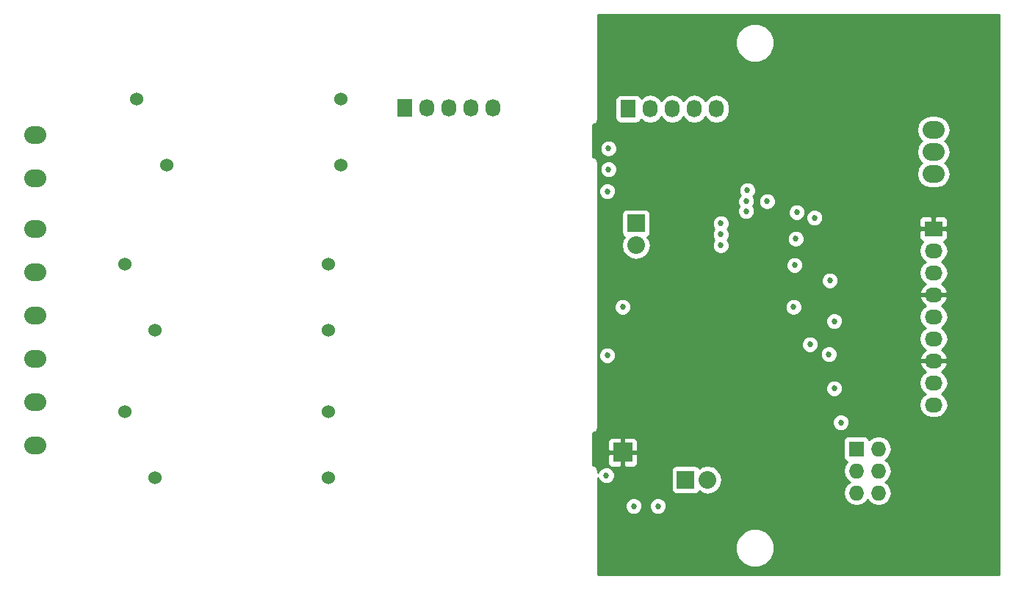
<source format=gbr>
G04 #@! TF.FileFunction,Copper,L3,Inr,Plane*
%FSLAX46Y46*%
G04 Gerber Fmt 4.6, Leading zero omitted, Abs format (unit mm)*
G04 Created by KiCad (PCBNEW 4.0.2-4+6225~38~ubuntu14.04.1-stable) date Mon 26 Dec 2016 11:00:54 AM CET*
%MOMM*%
G01*
G04 APERTURE LIST*
%ADD10C,0.100000*%
%ADD11C,1.524000*%
%ADD12R,2.032000X2.032000*%
%ADD13O,2.032000X2.032000*%
%ADD14R,1.727200X1.727200*%
%ADD15O,1.727200X1.727200*%
%ADD16R,1.727200X2.032000*%
%ADD17O,1.727200X2.032000*%
%ADD18R,2.235200X2.235200*%
%ADD19R,2.032000X1.727200*%
%ADD20O,2.032000X1.727200*%
%ADD21O,2.540000X2.032000*%
%ADD22C,0.685800*%
%ADD23C,0.254000*%
G04 APERTURE END LIST*
D10*
D11*
X160263000Y-80274000D03*
X160263000Y-87874000D03*
X140263000Y-87874000D03*
X136763000Y-80274000D03*
X158866000Y-116342000D03*
X158866000Y-123942000D03*
X138866000Y-123942000D03*
X135366000Y-116342000D03*
D12*
X200025000Y-124206000D03*
D13*
X202565000Y-124206000D03*
D12*
X194310000Y-94615000D03*
D13*
X194310000Y-97155000D03*
D14*
X219710000Y-120650000D03*
D15*
X222250000Y-120650000D03*
X219710000Y-123190000D03*
X222250000Y-123190000D03*
X219710000Y-125730000D03*
X222250000Y-125730000D03*
D16*
X193421000Y-81407000D03*
D17*
X195961000Y-81407000D03*
X198501000Y-81407000D03*
X201041000Y-81407000D03*
X203581000Y-81407000D03*
D16*
X167640000Y-81280000D03*
D17*
X170180000Y-81280000D03*
X172720000Y-81280000D03*
X175260000Y-81280000D03*
X177800000Y-81280000D03*
D11*
X158866000Y-99324000D03*
X158866000Y-106924000D03*
X138866000Y-106924000D03*
X135366000Y-99324000D03*
D18*
X192786000Y-121031000D03*
D19*
X228600000Y-95250000D03*
D20*
X228600000Y-97790000D03*
X228600000Y-100330000D03*
X228600000Y-102870000D03*
X228600000Y-105410000D03*
X228600000Y-107950000D03*
X228600000Y-110490000D03*
X228600000Y-113030000D03*
X228600000Y-115570000D03*
D21*
X228600000Y-88900000D03*
X228600000Y-86360000D03*
X228600000Y-83820000D03*
X125095000Y-84455000D03*
X125095000Y-89455000D03*
X125095000Y-95250000D03*
X125095000Y-100250000D03*
X125095000Y-105250000D03*
X125095000Y-110250000D03*
X125095000Y-115250000D03*
X125095000Y-120250000D03*
D22*
X207010000Y-93218000D03*
X214884000Y-93980000D03*
X217170000Y-105918000D03*
X207010000Y-92075000D03*
X217170000Y-113665000D03*
X207137000Y-90805000D03*
X212725000Y-96393000D03*
X214376000Y-108585000D03*
X212852000Y-93345000D03*
X209423000Y-92075000D03*
X204089000Y-94615000D03*
X204089000Y-95885000D03*
X204089000Y-97155000D03*
X197485000Y-107315000D03*
X190881000Y-114427000D03*
X196342000Y-110490000D03*
X195834000Y-122555000D03*
X212598000Y-99441000D03*
X212471000Y-104267000D03*
X216535000Y-109728000D03*
X216662000Y-101219000D03*
X190881000Y-123698000D03*
X192786000Y-104267000D03*
X191008000Y-109855000D03*
X217932000Y-117602000D03*
X191135000Y-85979000D03*
X191135000Y-88392000D03*
X191008000Y-90932000D03*
X196850000Y-127254000D03*
X194056000Y-127254000D03*
D23*
G36*
X236145000Y-135180000D02*
X189940000Y-135180000D01*
X189940000Y-132522619D01*
X205790613Y-132522619D01*
X206130155Y-133344372D01*
X206758321Y-133973636D01*
X207579481Y-134314611D01*
X208468619Y-134315387D01*
X209290372Y-133975845D01*
X209919636Y-133347679D01*
X210260611Y-132526519D01*
X210261387Y-131637381D01*
X209921845Y-130815628D01*
X209293679Y-130186364D01*
X208472519Y-129845389D01*
X207583381Y-129844613D01*
X206761628Y-130184155D01*
X206132364Y-130812321D01*
X205791389Y-131633481D01*
X205790613Y-132522619D01*
X189940000Y-132522619D01*
X189940000Y-127447663D01*
X193077931Y-127447663D01*
X193226493Y-127807212D01*
X193501341Y-128082540D01*
X193860630Y-128231730D01*
X194249663Y-128232069D01*
X194609212Y-128083507D01*
X194884540Y-127808659D01*
X195033730Y-127449370D01*
X195033731Y-127447663D01*
X195871931Y-127447663D01*
X196020493Y-127807212D01*
X196295341Y-128082540D01*
X196654630Y-128231730D01*
X197043663Y-128232069D01*
X197403212Y-128083507D01*
X197678540Y-127808659D01*
X197827730Y-127449370D01*
X197828069Y-127060337D01*
X197679507Y-126700788D01*
X197404659Y-126425460D01*
X197045370Y-126276270D01*
X196656337Y-126275931D01*
X196296788Y-126424493D01*
X196021460Y-126699341D01*
X195872270Y-127058630D01*
X195871931Y-127447663D01*
X195033731Y-127447663D01*
X195034069Y-127060337D01*
X194885507Y-126700788D01*
X194610659Y-126425460D01*
X194251370Y-126276270D01*
X193862337Y-126275931D01*
X193502788Y-126424493D01*
X193227460Y-126699341D01*
X193078270Y-127058630D01*
X193077931Y-127447663D01*
X189940000Y-127447663D01*
X189940000Y-123981377D01*
X190051493Y-124251212D01*
X190326341Y-124526540D01*
X190685630Y-124675730D01*
X191074663Y-124676069D01*
X191434212Y-124527507D01*
X191709540Y-124252659D01*
X191858730Y-123893370D01*
X191859069Y-123504337D01*
X191729189Y-123190000D01*
X198361560Y-123190000D01*
X198361560Y-125222000D01*
X198405838Y-125457317D01*
X198544910Y-125673441D01*
X198757110Y-125818431D01*
X199009000Y-125869440D01*
X201041000Y-125869440D01*
X201276317Y-125825162D01*
X201492441Y-125686090D01*
X201594198Y-125537163D01*
X201933190Y-125763670D01*
X202565000Y-125889345D01*
X203196810Y-125763670D01*
X203732433Y-125405778D01*
X204090325Y-124870155D01*
X204216000Y-124238345D01*
X204216000Y-124173655D01*
X204090325Y-123541845D01*
X203855230Y-123190000D01*
X218182041Y-123190000D01*
X218296115Y-123763489D01*
X218620971Y-124249670D01*
X218935752Y-124460000D01*
X218620971Y-124670330D01*
X218296115Y-125156511D01*
X218182041Y-125730000D01*
X218296115Y-126303489D01*
X218620971Y-126789670D01*
X219107152Y-127114526D01*
X219680641Y-127228600D01*
X219739359Y-127228600D01*
X220312848Y-127114526D01*
X220799029Y-126789670D01*
X220980000Y-126518828D01*
X221160971Y-126789670D01*
X221647152Y-127114526D01*
X222220641Y-127228600D01*
X222279359Y-127228600D01*
X222852848Y-127114526D01*
X223339029Y-126789670D01*
X223663885Y-126303489D01*
X223777959Y-125730000D01*
X223663885Y-125156511D01*
X223339029Y-124670330D01*
X223024248Y-124460000D01*
X223339029Y-124249670D01*
X223663885Y-123763489D01*
X223777959Y-123190000D01*
X223663885Y-122616511D01*
X223339029Y-122130330D01*
X223024248Y-121920000D01*
X223339029Y-121709670D01*
X223663885Y-121223489D01*
X223777959Y-120650000D01*
X223663885Y-120076511D01*
X223339029Y-119590330D01*
X222852848Y-119265474D01*
X222279359Y-119151400D01*
X222220641Y-119151400D01*
X221647152Y-119265474D01*
X221181558Y-119576574D01*
X221176762Y-119551083D01*
X221037690Y-119334959D01*
X220825490Y-119189969D01*
X220573600Y-119138960D01*
X218846400Y-119138960D01*
X218611083Y-119183238D01*
X218394959Y-119322310D01*
X218249969Y-119534510D01*
X218198960Y-119786400D01*
X218198960Y-121513600D01*
X218243238Y-121748917D01*
X218382310Y-121965041D01*
X218594510Y-122110031D01*
X218638131Y-122118864D01*
X218620971Y-122130330D01*
X218296115Y-122616511D01*
X218182041Y-123190000D01*
X203855230Y-123190000D01*
X203732433Y-123006222D01*
X203196810Y-122648330D01*
X202565000Y-122522655D01*
X201933190Y-122648330D01*
X201593208Y-122875499D01*
X201505090Y-122738559D01*
X201292890Y-122593569D01*
X201041000Y-122542560D01*
X199009000Y-122542560D01*
X198773683Y-122586838D01*
X198557559Y-122725910D01*
X198412569Y-122938110D01*
X198361560Y-123190000D01*
X191729189Y-123190000D01*
X191710507Y-123144788D01*
X191435659Y-122869460D01*
X191076370Y-122720270D01*
X190687337Y-122719931D01*
X190327788Y-122868493D01*
X190052460Y-123143341D01*
X189940000Y-123414174D01*
X189940000Y-123190000D01*
X189885954Y-122918295D01*
X189732046Y-122687954D01*
X189501705Y-122534046D01*
X189357000Y-122505262D01*
X189357000Y-121316750D01*
X191033400Y-121316750D01*
X191033400Y-122274909D01*
X191130073Y-122508298D01*
X191308701Y-122686927D01*
X191542090Y-122783600D01*
X192500250Y-122783600D01*
X192659000Y-122624850D01*
X192659000Y-121158000D01*
X192913000Y-121158000D01*
X192913000Y-122624850D01*
X193071750Y-122783600D01*
X194029910Y-122783600D01*
X194263299Y-122686927D01*
X194441927Y-122508298D01*
X194538600Y-122274909D01*
X194538600Y-121316750D01*
X194379850Y-121158000D01*
X192913000Y-121158000D01*
X192659000Y-121158000D01*
X191192150Y-121158000D01*
X191033400Y-121316750D01*
X189357000Y-121316750D01*
X189357000Y-119787091D01*
X191033400Y-119787091D01*
X191033400Y-120745250D01*
X191192150Y-120904000D01*
X192659000Y-120904000D01*
X192659000Y-119437150D01*
X192913000Y-119437150D01*
X192913000Y-120904000D01*
X194379850Y-120904000D01*
X194538600Y-120745250D01*
X194538600Y-119787091D01*
X194441927Y-119553702D01*
X194263299Y-119375073D01*
X194029910Y-119278400D01*
X193071750Y-119278400D01*
X192913000Y-119437150D01*
X192659000Y-119437150D01*
X192500250Y-119278400D01*
X191542090Y-119278400D01*
X191308701Y-119375073D01*
X191130073Y-119553702D01*
X191033400Y-119787091D01*
X189357000Y-119787091D01*
X189357000Y-118794738D01*
X189501705Y-118765954D01*
X189732046Y-118612046D01*
X189885954Y-118381705D01*
X189940000Y-118110000D01*
X189940000Y-117795663D01*
X216953931Y-117795663D01*
X217102493Y-118155212D01*
X217377341Y-118430540D01*
X217736630Y-118579730D01*
X218125663Y-118580069D01*
X218485212Y-118431507D01*
X218760540Y-118156659D01*
X218909730Y-117797370D01*
X218910069Y-117408337D01*
X218761507Y-117048788D01*
X218486659Y-116773460D01*
X218127370Y-116624270D01*
X217738337Y-116623931D01*
X217378788Y-116772493D01*
X217103460Y-117047341D01*
X216954270Y-117406630D01*
X216953931Y-117795663D01*
X189940000Y-117795663D01*
X189940000Y-113858663D01*
X216191931Y-113858663D01*
X216340493Y-114218212D01*
X216615341Y-114493540D01*
X216974630Y-114642730D01*
X217363663Y-114643069D01*
X217723212Y-114494507D01*
X217998540Y-114219659D01*
X218147730Y-113860370D01*
X218148069Y-113471337D01*
X217999507Y-113111788D01*
X217917862Y-113030000D01*
X226916655Y-113030000D01*
X227030729Y-113603489D01*
X227355585Y-114089670D01*
X227670366Y-114300000D01*
X227355585Y-114510330D01*
X227030729Y-114996511D01*
X226916655Y-115570000D01*
X227030729Y-116143489D01*
X227355585Y-116629670D01*
X227841766Y-116954526D01*
X228415255Y-117068600D01*
X228784745Y-117068600D01*
X229358234Y-116954526D01*
X229844415Y-116629670D01*
X230169271Y-116143489D01*
X230283345Y-115570000D01*
X230169271Y-114996511D01*
X229844415Y-114510330D01*
X229529634Y-114300000D01*
X229844415Y-114089670D01*
X230169271Y-113603489D01*
X230283345Y-113030000D01*
X230169271Y-112456511D01*
X229844415Y-111970330D01*
X229534931Y-111763539D01*
X229950732Y-111392036D01*
X230204709Y-110864791D01*
X230207358Y-110849026D01*
X230086217Y-110617000D01*
X228727000Y-110617000D01*
X228727000Y-110637000D01*
X228473000Y-110637000D01*
X228473000Y-110617000D01*
X227113783Y-110617000D01*
X226992642Y-110849026D01*
X226995291Y-110864791D01*
X227249268Y-111392036D01*
X227665069Y-111763539D01*
X227355585Y-111970330D01*
X227030729Y-112456511D01*
X226916655Y-113030000D01*
X217917862Y-113030000D01*
X217724659Y-112836460D01*
X217365370Y-112687270D01*
X216976337Y-112686931D01*
X216616788Y-112835493D01*
X216341460Y-113110341D01*
X216192270Y-113469630D01*
X216191931Y-113858663D01*
X189940000Y-113858663D01*
X189940000Y-110048663D01*
X190029931Y-110048663D01*
X190178493Y-110408212D01*
X190453341Y-110683540D01*
X190812630Y-110832730D01*
X191201663Y-110833069D01*
X191561212Y-110684507D01*
X191836540Y-110409659D01*
X191985730Y-110050370D01*
X191985842Y-109921663D01*
X215556931Y-109921663D01*
X215705493Y-110281212D01*
X215980341Y-110556540D01*
X216339630Y-110705730D01*
X216728663Y-110706069D01*
X217088212Y-110557507D01*
X217363540Y-110282659D01*
X217512730Y-109923370D01*
X217513069Y-109534337D01*
X217364507Y-109174788D01*
X217089659Y-108899460D01*
X216730370Y-108750270D01*
X216341337Y-108749931D01*
X215981788Y-108898493D01*
X215706460Y-109173341D01*
X215557270Y-109532630D01*
X215556931Y-109921663D01*
X191985842Y-109921663D01*
X191986069Y-109661337D01*
X191837507Y-109301788D01*
X191562659Y-109026460D01*
X191203370Y-108877270D01*
X190814337Y-108876931D01*
X190454788Y-109025493D01*
X190179460Y-109300341D01*
X190030270Y-109659630D01*
X190029931Y-110048663D01*
X189940000Y-110048663D01*
X189940000Y-108778663D01*
X213397931Y-108778663D01*
X213546493Y-109138212D01*
X213821341Y-109413540D01*
X214180630Y-109562730D01*
X214569663Y-109563069D01*
X214929212Y-109414507D01*
X215204540Y-109139659D01*
X215353730Y-108780370D01*
X215354069Y-108391337D01*
X215205507Y-108031788D01*
X214930659Y-107756460D01*
X214571370Y-107607270D01*
X214182337Y-107606931D01*
X213822788Y-107755493D01*
X213547460Y-108030341D01*
X213398270Y-108389630D01*
X213397931Y-108778663D01*
X189940000Y-108778663D01*
X189940000Y-106111663D01*
X216191931Y-106111663D01*
X216340493Y-106471212D01*
X216615341Y-106746540D01*
X216974630Y-106895730D01*
X217363663Y-106896069D01*
X217723212Y-106747507D01*
X217998540Y-106472659D01*
X218147730Y-106113370D01*
X218148069Y-105724337D01*
X218018189Y-105410000D01*
X226916655Y-105410000D01*
X227030729Y-105983489D01*
X227355585Y-106469670D01*
X227670366Y-106680000D01*
X227355585Y-106890330D01*
X227030729Y-107376511D01*
X226916655Y-107950000D01*
X227030729Y-108523489D01*
X227355585Y-109009670D01*
X227665069Y-109216461D01*
X227249268Y-109587964D01*
X226995291Y-110115209D01*
X226992642Y-110130974D01*
X227113783Y-110363000D01*
X228473000Y-110363000D01*
X228473000Y-110343000D01*
X228727000Y-110343000D01*
X228727000Y-110363000D01*
X230086217Y-110363000D01*
X230207358Y-110130974D01*
X230204709Y-110115209D01*
X229950732Y-109587964D01*
X229534931Y-109216461D01*
X229844415Y-109009670D01*
X230169271Y-108523489D01*
X230283345Y-107950000D01*
X230169271Y-107376511D01*
X229844415Y-106890330D01*
X229529634Y-106680000D01*
X229844415Y-106469670D01*
X230169271Y-105983489D01*
X230283345Y-105410000D01*
X230169271Y-104836511D01*
X229844415Y-104350330D01*
X229534931Y-104143539D01*
X229950732Y-103772036D01*
X230204709Y-103244791D01*
X230207358Y-103229026D01*
X230086217Y-102997000D01*
X228727000Y-102997000D01*
X228727000Y-103017000D01*
X228473000Y-103017000D01*
X228473000Y-102997000D01*
X227113783Y-102997000D01*
X226992642Y-103229026D01*
X226995291Y-103244791D01*
X227249268Y-103772036D01*
X227665069Y-104143539D01*
X227355585Y-104350330D01*
X227030729Y-104836511D01*
X226916655Y-105410000D01*
X218018189Y-105410000D01*
X217999507Y-105364788D01*
X217724659Y-105089460D01*
X217365370Y-104940270D01*
X216976337Y-104939931D01*
X216616788Y-105088493D01*
X216341460Y-105363341D01*
X216192270Y-105722630D01*
X216191931Y-106111663D01*
X189940000Y-106111663D01*
X189940000Y-104460663D01*
X191807931Y-104460663D01*
X191956493Y-104820212D01*
X192231341Y-105095540D01*
X192590630Y-105244730D01*
X192979663Y-105245069D01*
X193339212Y-105096507D01*
X193614540Y-104821659D01*
X193763730Y-104462370D01*
X193763731Y-104460663D01*
X211492931Y-104460663D01*
X211641493Y-104820212D01*
X211916341Y-105095540D01*
X212275630Y-105244730D01*
X212664663Y-105245069D01*
X213024212Y-105096507D01*
X213299540Y-104821659D01*
X213448730Y-104462370D01*
X213449069Y-104073337D01*
X213300507Y-103713788D01*
X213025659Y-103438460D01*
X212666370Y-103289270D01*
X212277337Y-103288931D01*
X211917788Y-103437493D01*
X211642460Y-103712341D01*
X211493270Y-104071630D01*
X211492931Y-104460663D01*
X193763731Y-104460663D01*
X193764069Y-104073337D01*
X193615507Y-103713788D01*
X193340659Y-103438460D01*
X192981370Y-103289270D01*
X192592337Y-103288931D01*
X192232788Y-103437493D01*
X191957460Y-103712341D01*
X191808270Y-104071630D01*
X191807931Y-104460663D01*
X189940000Y-104460663D01*
X189940000Y-101412663D01*
X215683931Y-101412663D01*
X215832493Y-101772212D01*
X216107341Y-102047540D01*
X216466630Y-102196730D01*
X216855663Y-102197069D01*
X217215212Y-102048507D01*
X217490540Y-101773659D01*
X217639730Y-101414370D01*
X217640069Y-101025337D01*
X217491507Y-100665788D01*
X217216659Y-100390460D01*
X216857370Y-100241270D01*
X216468337Y-100240931D01*
X216108788Y-100389493D01*
X215833460Y-100664341D01*
X215684270Y-101023630D01*
X215683931Y-101412663D01*
X189940000Y-101412663D01*
X189940000Y-99634663D01*
X211619931Y-99634663D01*
X211768493Y-99994212D01*
X212043341Y-100269540D01*
X212402630Y-100418730D01*
X212791663Y-100419069D01*
X213151212Y-100270507D01*
X213426540Y-99995659D01*
X213575730Y-99636370D01*
X213576069Y-99247337D01*
X213427507Y-98887788D01*
X213152659Y-98612460D01*
X212793370Y-98463270D01*
X212404337Y-98462931D01*
X212044788Y-98611493D01*
X211769460Y-98886341D01*
X211620270Y-99245630D01*
X211619931Y-99634663D01*
X189940000Y-99634663D01*
X189940000Y-97155000D01*
X192626655Y-97155000D01*
X192752330Y-97786810D01*
X193110222Y-98322433D01*
X193645845Y-98680325D01*
X194277655Y-98806000D01*
X194342345Y-98806000D01*
X194974155Y-98680325D01*
X195509778Y-98322433D01*
X195867670Y-97786810D01*
X195993345Y-97155000D01*
X195867670Y-96523190D01*
X195640501Y-96183208D01*
X195777441Y-96095090D01*
X195922431Y-95882890D01*
X195973440Y-95631000D01*
X195973440Y-94808663D01*
X203110931Y-94808663D01*
X203259493Y-95168212D01*
X203341040Y-95249901D01*
X203260460Y-95330341D01*
X203111270Y-95689630D01*
X203110931Y-96078663D01*
X203259493Y-96438212D01*
X203341040Y-96519901D01*
X203260460Y-96600341D01*
X203111270Y-96959630D01*
X203110931Y-97348663D01*
X203259493Y-97708212D01*
X203534341Y-97983540D01*
X203893630Y-98132730D01*
X204282663Y-98133069D01*
X204642212Y-97984507D01*
X204837058Y-97790000D01*
X226916655Y-97790000D01*
X227030729Y-98363489D01*
X227355585Y-98849670D01*
X227670366Y-99060000D01*
X227355585Y-99270330D01*
X227030729Y-99756511D01*
X226916655Y-100330000D01*
X227030729Y-100903489D01*
X227355585Y-101389670D01*
X227665069Y-101596461D01*
X227249268Y-101967964D01*
X226995291Y-102495209D01*
X226992642Y-102510974D01*
X227113783Y-102743000D01*
X228473000Y-102743000D01*
X228473000Y-102723000D01*
X228727000Y-102723000D01*
X228727000Y-102743000D01*
X230086217Y-102743000D01*
X230207358Y-102510974D01*
X230204709Y-102495209D01*
X229950732Y-101967964D01*
X229534931Y-101596461D01*
X229844415Y-101389670D01*
X230169271Y-100903489D01*
X230283345Y-100330000D01*
X230169271Y-99756511D01*
X229844415Y-99270330D01*
X229529634Y-99060000D01*
X229844415Y-98849670D01*
X230169271Y-98363489D01*
X230283345Y-97790000D01*
X230169271Y-97216511D01*
X229844415Y-96730330D01*
X229822220Y-96715500D01*
X229975698Y-96651927D01*
X230154327Y-96473299D01*
X230251000Y-96239910D01*
X230251000Y-95535750D01*
X230092250Y-95377000D01*
X228727000Y-95377000D01*
X228727000Y-95397000D01*
X228473000Y-95397000D01*
X228473000Y-95377000D01*
X227107750Y-95377000D01*
X226949000Y-95535750D01*
X226949000Y-96239910D01*
X227045673Y-96473299D01*
X227224302Y-96651927D01*
X227377780Y-96715500D01*
X227355585Y-96730330D01*
X227030729Y-97216511D01*
X226916655Y-97790000D01*
X204837058Y-97790000D01*
X204917540Y-97709659D01*
X205066730Y-97350370D01*
X205067069Y-96961337D01*
X204918507Y-96601788D01*
X204903409Y-96586663D01*
X211746931Y-96586663D01*
X211895493Y-96946212D01*
X212170341Y-97221540D01*
X212529630Y-97370730D01*
X212918663Y-97371069D01*
X213278212Y-97222507D01*
X213553540Y-96947659D01*
X213702730Y-96588370D01*
X213703069Y-96199337D01*
X213554507Y-95839788D01*
X213279659Y-95564460D01*
X212920370Y-95415270D01*
X212531337Y-95414931D01*
X212171788Y-95563493D01*
X211896460Y-95838341D01*
X211747270Y-96197630D01*
X211746931Y-96586663D01*
X204903409Y-96586663D01*
X204836960Y-96520099D01*
X204917540Y-96439659D01*
X205066730Y-96080370D01*
X205067069Y-95691337D01*
X204918507Y-95331788D01*
X204836960Y-95250099D01*
X204917540Y-95169659D01*
X205066730Y-94810370D01*
X205067069Y-94421337D01*
X204918507Y-94061788D01*
X204643659Y-93786460D01*
X204284370Y-93637270D01*
X203895337Y-93636931D01*
X203535788Y-93785493D01*
X203260460Y-94060341D01*
X203111270Y-94419630D01*
X203110931Y-94808663D01*
X195973440Y-94808663D01*
X195973440Y-93599000D01*
X195929162Y-93363683D01*
X195790090Y-93147559D01*
X195577890Y-93002569D01*
X195326000Y-92951560D01*
X193294000Y-92951560D01*
X193058683Y-92995838D01*
X192842559Y-93134910D01*
X192697569Y-93347110D01*
X192646560Y-93599000D01*
X192646560Y-95631000D01*
X192690838Y-95866317D01*
X192829910Y-96082441D01*
X192978837Y-96184198D01*
X192752330Y-96523190D01*
X192626655Y-97155000D01*
X189940000Y-97155000D01*
X189940000Y-92268663D01*
X206031931Y-92268663D01*
X206180493Y-92628212D01*
X206198540Y-92646291D01*
X206181460Y-92663341D01*
X206032270Y-93022630D01*
X206031931Y-93411663D01*
X206180493Y-93771212D01*
X206455341Y-94046540D01*
X206814630Y-94195730D01*
X207203663Y-94196069D01*
X207563212Y-94047507D01*
X207838540Y-93772659D01*
X207935703Y-93538663D01*
X211873931Y-93538663D01*
X212022493Y-93898212D01*
X212297341Y-94173540D01*
X212656630Y-94322730D01*
X213045663Y-94323069D01*
X213405212Y-94174507D01*
X213406057Y-94173663D01*
X213905931Y-94173663D01*
X214054493Y-94533212D01*
X214329341Y-94808540D01*
X214688630Y-94957730D01*
X215077663Y-94958069D01*
X215437212Y-94809507D01*
X215712540Y-94534659D01*
X215826551Y-94260090D01*
X226949000Y-94260090D01*
X226949000Y-94964250D01*
X227107750Y-95123000D01*
X228473000Y-95123000D01*
X228473000Y-93910150D01*
X228727000Y-93910150D01*
X228727000Y-95123000D01*
X230092250Y-95123000D01*
X230251000Y-94964250D01*
X230251000Y-94260090D01*
X230154327Y-94026701D01*
X229975698Y-93848073D01*
X229742309Y-93751400D01*
X228885750Y-93751400D01*
X228727000Y-93910150D01*
X228473000Y-93910150D01*
X228314250Y-93751400D01*
X227457691Y-93751400D01*
X227224302Y-93848073D01*
X227045673Y-94026701D01*
X226949000Y-94260090D01*
X215826551Y-94260090D01*
X215861730Y-94175370D01*
X215862069Y-93786337D01*
X215713507Y-93426788D01*
X215438659Y-93151460D01*
X215079370Y-93002270D01*
X214690337Y-93001931D01*
X214330788Y-93150493D01*
X214055460Y-93425341D01*
X213906270Y-93784630D01*
X213905931Y-94173663D01*
X213406057Y-94173663D01*
X213680540Y-93899659D01*
X213829730Y-93540370D01*
X213830069Y-93151337D01*
X213681507Y-92791788D01*
X213406659Y-92516460D01*
X213047370Y-92367270D01*
X212658337Y-92366931D01*
X212298788Y-92515493D01*
X212023460Y-92790341D01*
X211874270Y-93149630D01*
X211873931Y-93538663D01*
X207935703Y-93538663D01*
X207987730Y-93413370D01*
X207988069Y-93024337D01*
X207839507Y-92664788D01*
X207821460Y-92646709D01*
X207838540Y-92629659D01*
X207987730Y-92270370D01*
X207987731Y-92268663D01*
X208444931Y-92268663D01*
X208593493Y-92628212D01*
X208868341Y-92903540D01*
X209227630Y-93052730D01*
X209616663Y-93053069D01*
X209976212Y-92904507D01*
X210251540Y-92629659D01*
X210400730Y-92270370D01*
X210401069Y-91881337D01*
X210252507Y-91521788D01*
X209977659Y-91246460D01*
X209618370Y-91097270D01*
X209229337Y-91096931D01*
X208869788Y-91245493D01*
X208594460Y-91520341D01*
X208445270Y-91879630D01*
X208444931Y-92268663D01*
X207987731Y-92268663D01*
X207988069Y-91881337D01*
X207839507Y-91521788D01*
X207821349Y-91503598D01*
X207965540Y-91359659D01*
X208114730Y-91000370D01*
X208115069Y-90611337D01*
X207966507Y-90251788D01*
X207691659Y-89976460D01*
X207332370Y-89827270D01*
X206943337Y-89826931D01*
X206583788Y-89975493D01*
X206308460Y-90250341D01*
X206159270Y-90609630D01*
X206158931Y-90998663D01*
X206307493Y-91358212D01*
X206325651Y-91376402D01*
X206181460Y-91520341D01*
X206032270Y-91879630D01*
X206031931Y-92268663D01*
X189940000Y-92268663D01*
X189940000Y-91125663D01*
X190029931Y-91125663D01*
X190178493Y-91485212D01*
X190453341Y-91760540D01*
X190812630Y-91909730D01*
X191201663Y-91910069D01*
X191561212Y-91761507D01*
X191836540Y-91486659D01*
X191985730Y-91127370D01*
X191986069Y-90738337D01*
X191837507Y-90378788D01*
X191562659Y-90103460D01*
X191203370Y-89954270D01*
X190814337Y-89953931D01*
X190454788Y-90102493D01*
X190179460Y-90377341D01*
X190030270Y-90736630D01*
X190029931Y-91125663D01*
X189940000Y-91125663D01*
X189940000Y-88585663D01*
X190156931Y-88585663D01*
X190305493Y-88945212D01*
X190580341Y-89220540D01*
X190939630Y-89369730D01*
X191328663Y-89370069D01*
X191688212Y-89221507D01*
X191963540Y-88946659D01*
X192112730Y-88587370D01*
X192113069Y-88198337D01*
X191964507Y-87838788D01*
X191689659Y-87563460D01*
X191330370Y-87414270D01*
X190941337Y-87413931D01*
X190581788Y-87562493D01*
X190306460Y-87837341D01*
X190157270Y-88196630D01*
X190156931Y-88585663D01*
X189940000Y-88585663D01*
X189940000Y-87630000D01*
X189885954Y-87358295D01*
X189732046Y-87127954D01*
X189501705Y-86974046D01*
X189357000Y-86945262D01*
X189357000Y-86172663D01*
X190156931Y-86172663D01*
X190305493Y-86532212D01*
X190580341Y-86807540D01*
X190939630Y-86956730D01*
X191328663Y-86957069D01*
X191688212Y-86808507D01*
X191963540Y-86533659D01*
X192112730Y-86174370D01*
X192113069Y-85785337D01*
X191964507Y-85425788D01*
X191689659Y-85150460D01*
X191330370Y-85001270D01*
X190941337Y-85000931D01*
X190581788Y-85149493D01*
X190306460Y-85424341D01*
X190157270Y-85783630D01*
X190156931Y-86172663D01*
X189357000Y-86172663D01*
X189357000Y-83820000D01*
X226657679Y-83820000D01*
X226783354Y-84451810D01*
X227141246Y-84987433D01*
X227294748Y-85090000D01*
X227141246Y-85192567D01*
X226783354Y-85728190D01*
X226657679Y-86360000D01*
X226783354Y-86991810D01*
X227141246Y-87527433D01*
X227294748Y-87630000D01*
X227141246Y-87732567D01*
X226783354Y-88268190D01*
X226657679Y-88900000D01*
X226783354Y-89531810D01*
X227141246Y-90067433D01*
X227676869Y-90425325D01*
X228308679Y-90551000D01*
X228891321Y-90551000D01*
X229523131Y-90425325D01*
X230058754Y-90067433D01*
X230416646Y-89531810D01*
X230542321Y-88900000D01*
X230416646Y-88268190D01*
X230058754Y-87732567D01*
X229905252Y-87630000D01*
X230058754Y-87527433D01*
X230416646Y-86991810D01*
X230542321Y-86360000D01*
X230416646Y-85728190D01*
X230058754Y-85192567D01*
X229905252Y-85090000D01*
X230058754Y-84987433D01*
X230416646Y-84451810D01*
X230542321Y-83820000D01*
X230416646Y-83188190D01*
X230058754Y-82652567D01*
X229523131Y-82294675D01*
X228891321Y-82169000D01*
X228308679Y-82169000D01*
X227676869Y-82294675D01*
X227141246Y-82652567D01*
X226783354Y-83188190D01*
X226657679Y-83820000D01*
X189357000Y-83820000D01*
X189357000Y-83234738D01*
X189501705Y-83205954D01*
X189732046Y-83052046D01*
X189885954Y-82821705D01*
X189940000Y-82550000D01*
X189940000Y-80391000D01*
X191909960Y-80391000D01*
X191909960Y-82423000D01*
X191954238Y-82658317D01*
X192093310Y-82874441D01*
X192305510Y-83019431D01*
X192557400Y-83070440D01*
X194284600Y-83070440D01*
X194519917Y-83026162D01*
X194736041Y-82887090D01*
X194881031Y-82674890D01*
X194889400Y-82633561D01*
X194901330Y-82651415D01*
X195387511Y-82976271D01*
X195961000Y-83090345D01*
X196534489Y-82976271D01*
X197020670Y-82651415D01*
X197231000Y-82336634D01*
X197441330Y-82651415D01*
X197927511Y-82976271D01*
X198501000Y-83090345D01*
X199074489Y-82976271D01*
X199560670Y-82651415D01*
X199771000Y-82336634D01*
X199981330Y-82651415D01*
X200467511Y-82976271D01*
X201041000Y-83090345D01*
X201614489Y-82976271D01*
X202100670Y-82651415D01*
X202311000Y-82336634D01*
X202521330Y-82651415D01*
X203007511Y-82976271D01*
X203581000Y-83090345D01*
X204154489Y-82976271D01*
X204640670Y-82651415D01*
X204965526Y-82165234D01*
X205079600Y-81591745D01*
X205079600Y-81222255D01*
X204965526Y-80648766D01*
X204640670Y-80162585D01*
X204154489Y-79837729D01*
X203581000Y-79723655D01*
X203007511Y-79837729D01*
X202521330Y-80162585D01*
X202311000Y-80477366D01*
X202100670Y-80162585D01*
X201614489Y-79837729D01*
X201041000Y-79723655D01*
X200467511Y-79837729D01*
X199981330Y-80162585D01*
X199771000Y-80477366D01*
X199560670Y-80162585D01*
X199074489Y-79837729D01*
X198501000Y-79723655D01*
X197927511Y-79837729D01*
X197441330Y-80162585D01*
X197231000Y-80477366D01*
X197020670Y-80162585D01*
X196534489Y-79837729D01*
X195961000Y-79723655D01*
X195387511Y-79837729D01*
X194901330Y-80162585D01*
X194891757Y-80176913D01*
X194887762Y-80155683D01*
X194748690Y-79939559D01*
X194536490Y-79794569D01*
X194284600Y-79743560D01*
X192557400Y-79743560D01*
X192322083Y-79787838D01*
X192105959Y-79926910D01*
X191960969Y-80139110D01*
X191909960Y-80391000D01*
X189940000Y-80391000D01*
X189940000Y-74229619D01*
X205790613Y-74229619D01*
X206130155Y-75051372D01*
X206758321Y-75680636D01*
X207579481Y-76021611D01*
X208468619Y-76022387D01*
X209290372Y-75682845D01*
X209919636Y-75054679D01*
X210260611Y-74233519D01*
X210261387Y-73344381D01*
X209921845Y-72522628D01*
X209293679Y-71893364D01*
X208472519Y-71552389D01*
X207583381Y-71551613D01*
X206761628Y-71891155D01*
X206132364Y-72519321D01*
X205791389Y-73340481D01*
X205790613Y-74229619D01*
X189940000Y-74229619D01*
X189940000Y-70560000D01*
X236145000Y-70560000D01*
X236145000Y-135180000D01*
X236145000Y-135180000D01*
G37*
X236145000Y-135180000D02*
X189940000Y-135180000D01*
X189940000Y-132522619D01*
X205790613Y-132522619D01*
X206130155Y-133344372D01*
X206758321Y-133973636D01*
X207579481Y-134314611D01*
X208468619Y-134315387D01*
X209290372Y-133975845D01*
X209919636Y-133347679D01*
X210260611Y-132526519D01*
X210261387Y-131637381D01*
X209921845Y-130815628D01*
X209293679Y-130186364D01*
X208472519Y-129845389D01*
X207583381Y-129844613D01*
X206761628Y-130184155D01*
X206132364Y-130812321D01*
X205791389Y-131633481D01*
X205790613Y-132522619D01*
X189940000Y-132522619D01*
X189940000Y-127447663D01*
X193077931Y-127447663D01*
X193226493Y-127807212D01*
X193501341Y-128082540D01*
X193860630Y-128231730D01*
X194249663Y-128232069D01*
X194609212Y-128083507D01*
X194884540Y-127808659D01*
X195033730Y-127449370D01*
X195033731Y-127447663D01*
X195871931Y-127447663D01*
X196020493Y-127807212D01*
X196295341Y-128082540D01*
X196654630Y-128231730D01*
X197043663Y-128232069D01*
X197403212Y-128083507D01*
X197678540Y-127808659D01*
X197827730Y-127449370D01*
X197828069Y-127060337D01*
X197679507Y-126700788D01*
X197404659Y-126425460D01*
X197045370Y-126276270D01*
X196656337Y-126275931D01*
X196296788Y-126424493D01*
X196021460Y-126699341D01*
X195872270Y-127058630D01*
X195871931Y-127447663D01*
X195033731Y-127447663D01*
X195034069Y-127060337D01*
X194885507Y-126700788D01*
X194610659Y-126425460D01*
X194251370Y-126276270D01*
X193862337Y-126275931D01*
X193502788Y-126424493D01*
X193227460Y-126699341D01*
X193078270Y-127058630D01*
X193077931Y-127447663D01*
X189940000Y-127447663D01*
X189940000Y-123981377D01*
X190051493Y-124251212D01*
X190326341Y-124526540D01*
X190685630Y-124675730D01*
X191074663Y-124676069D01*
X191434212Y-124527507D01*
X191709540Y-124252659D01*
X191858730Y-123893370D01*
X191859069Y-123504337D01*
X191729189Y-123190000D01*
X198361560Y-123190000D01*
X198361560Y-125222000D01*
X198405838Y-125457317D01*
X198544910Y-125673441D01*
X198757110Y-125818431D01*
X199009000Y-125869440D01*
X201041000Y-125869440D01*
X201276317Y-125825162D01*
X201492441Y-125686090D01*
X201594198Y-125537163D01*
X201933190Y-125763670D01*
X202565000Y-125889345D01*
X203196810Y-125763670D01*
X203732433Y-125405778D01*
X204090325Y-124870155D01*
X204216000Y-124238345D01*
X204216000Y-124173655D01*
X204090325Y-123541845D01*
X203855230Y-123190000D01*
X218182041Y-123190000D01*
X218296115Y-123763489D01*
X218620971Y-124249670D01*
X218935752Y-124460000D01*
X218620971Y-124670330D01*
X218296115Y-125156511D01*
X218182041Y-125730000D01*
X218296115Y-126303489D01*
X218620971Y-126789670D01*
X219107152Y-127114526D01*
X219680641Y-127228600D01*
X219739359Y-127228600D01*
X220312848Y-127114526D01*
X220799029Y-126789670D01*
X220980000Y-126518828D01*
X221160971Y-126789670D01*
X221647152Y-127114526D01*
X222220641Y-127228600D01*
X222279359Y-127228600D01*
X222852848Y-127114526D01*
X223339029Y-126789670D01*
X223663885Y-126303489D01*
X223777959Y-125730000D01*
X223663885Y-125156511D01*
X223339029Y-124670330D01*
X223024248Y-124460000D01*
X223339029Y-124249670D01*
X223663885Y-123763489D01*
X223777959Y-123190000D01*
X223663885Y-122616511D01*
X223339029Y-122130330D01*
X223024248Y-121920000D01*
X223339029Y-121709670D01*
X223663885Y-121223489D01*
X223777959Y-120650000D01*
X223663885Y-120076511D01*
X223339029Y-119590330D01*
X222852848Y-119265474D01*
X222279359Y-119151400D01*
X222220641Y-119151400D01*
X221647152Y-119265474D01*
X221181558Y-119576574D01*
X221176762Y-119551083D01*
X221037690Y-119334959D01*
X220825490Y-119189969D01*
X220573600Y-119138960D01*
X218846400Y-119138960D01*
X218611083Y-119183238D01*
X218394959Y-119322310D01*
X218249969Y-119534510D01*
X218198960Y-119786400D01*
X218198960Y-121513600D01*
X218243238Y-121748917D01*
X218382310Y-121965041D01*
X218594510Y-122110031D01*
X218638131Y-122118864D01*
X218620971Y-122130330D01*
X218296115Y-122616511D01*
X218182041Y-123190000D01*
X203855230Y-123190000D01*
X203732433Y-123006222D01*
X203196810Y-122648330D01*
X202565000Y-122522655D01*
X201933190Y-122648330D01*
X201593208Y-122875499D01*
X201505090Y-122738559D01*
X201292890Y-122593569D01*
X201041000Y-122542560D01*
X199009000Y-122542560D01*
X198773683Y-122586838D01*
X198557559Y-122725910D01*
X198412569Y-122938110D01*
X198361560Y-123190000D01*
X191729189Y-123190000D01*
X191710507Y-123144788D01*
X191435659Y-122869460D01*
X191076370Y-122720270D01*
X190687337Y-122719931D01*
X190327788Y-122868493D01*
X190052460Y-123143341D01*
X189940000Y-123414174D01*
X189940000Y-123190000D01*
X189885954Y-122918295D01*
X189732046Y-122687954D01*
X189501705Y-122534046D01*
X189357000Y-122505262D01*
X189357000Y-121316750D01*
X191033400Y-121316750D01*
X191033400Y-122274909D01*
X191130073Y-122508298D01*
X191308701Y-122686927D01*
X191542090Y-122783600D01*
X192500250Y-122783600D01*
X192659000Y-122624850D01*
X192659000Y-121158000D01*
X192913000Y-121158000D01*
X192913000Y-122624850D01*
X193071750Y-122783600D01*
X194029910Y-122783600D01*
X194263299Y-122686927D01*
X194441927Y-122508298D01*
X194538600Y-122274909D01*
X194538600Y-121316750D01*
X194379850Y-121158000D01*
X192913000Y-121158000D01*
X192659000Y-121158000D01*
X191192150Y-121158000D01*
X191033400Y-121316750D01*
X189357000Y-121316750D01*
X189357000Y-119787091D01*
X191033400Y-119787091D01*
X191033400Y-120745250D01*
X191192150Y-120904000D01*
X192659000Y-120904000D01*
X192659000Y-119437150D01*
X192913000Y-119437150D01*
X192913000Y-120904000D01*
X194379850Y-120904000D01*
X194538600Y-120745250D01*
X194538600Y-119787091D01*
X194441927Y-119553702D01*
X194263299Y-119375073D01*
X194029910Y-119278400D01*
X193071750Y-119278400D01*
X192913000Y-119437150D01*
X192659000Y-119437150D01*
X192500250Y-119278400D01*
X191542090Y-119278400D01*
X191308701Y-119375073D01*
X191130073Y-119553702D01*
X191033400Y-119787091D01*
X189357000Y-119787091D01*
X189357000Y-118794738D01*
X189501705Y-118765954D01*
X189732046Y-118612046D01*
X189885954Y-118381705D01*
X189940000Y-118110000D01*
X189940000Y-117795663D01*
X216953931Y-117795663D01*
X217102493Y-118155212D01*
X217377341Y-118430540D01*
X217736630Y-118579730D01*
X218125663Y-118580069D01*
X218485212Y-118431507D01*
X218760540Y-118156659D01*
X218909730Y-117797370D01*
X218910069Y-117408337D01*
X218761507Y-117048788D01*
X218486659Y-116773460D01*
X218127370Y-116624270D01*
X217738337Y-116623931D01*
X217378788Y-116772493D01*
X217103460Y-117047341D01*
X216954270Y-117406630D01*
X216953931Y-117795663D01*
X189940000Y-117795663D01*
X189940000Y-113858663D01*
X216191931Y-113858663D01*
X216340493Y-114218212D01*
X216615341Y-114493540D01*
X216974630Y-114642730D01*
X217363663Y-114643069D01*
X217723212Y-114494507D01*
X217998540Y-114219659D01*
X218147730Y-113860370D01*
X218148069Y-113471337D01*
X217999507Y-113111788D01*
X217917862Y-113030000D01*
X226916655Y-113030000D01*
X227030729Y-113603489D01*
X227355585Y-114089670D01*
X227670366Y-114300000D01*
X227355585Y-114510330D01*
X227030729Y-114996511D01*
X226916655Y-115570000D01*
X227030729Y-116143489D01*
X227355585Y-116629670D01*
X227841766Y-116954526D01*
X228415255Y-117068600D01*
X228784745Y-117068600D01*
X229358234Y-116954526D01*
X229844415Y-116629670D01*
X230169271Y-116143489D01*
X230283345Y-115570000D01*
X230169271Y-114996511D01*
X229844415Y-114510330D01*
X229529634Y-114300000D01*
X229844415Y-114089670D01*
X230169271Y-113603489D01*
X230283345Y-113030000D01*
X230169271Y-112456511D01*
X229844415Y-111970330D01*
X229534931Y-111763539D01*
X229950732Y-111392036D01*
X230204709Y-110864791D01*
X230207358Y-110849026D01*
X230086217Y-110617000D01*
X228727000Y-110617000D01*
X228727000Y-110637000D01*
X228473000Y-110637000D01*
X228473000Y-110617000D01*
X227113783Y-110617000D01*
X226992642Y-110849026D01*
X226995291Y-110864791D01*
X227249268Y-111392036D01*
X227665069Y-111763539D01*
X227355585Y-111970330D01*
X227030729Y-112456511D01*
X226916655Y-113030000D01*
X217917862Y-113030000D01*
X217724659Y-112836460D01*
X217365370Y-112687270D01*
X216976337Y-112686931D01*
X216616788Y-112835493D01*
X216341460Y-113110341D01*
X216192270Y-113469630D01*
X216191931Y-113858663D01*
X189940000Y-113858663D01*
X189940000Y-110048663D01*
X190029931Y-110048663D01*
X190178493Y-110408212D01*
X190453341Y-110683540D01*
X190812630Y-110832730D01*
X191201663Y-110833069D01*
X191561212Y-110684507D01*
X191836540Y-110409659D01*
X191985730Y-110050370D01*
X191985842Y-109921663D01*
X215556931Y-109921663D01*
X215705493Y-110281212D01*
X215980341Y-110556540D01*
X216339630Y-110705730D01*
X216728663Y-110706069D01*
X217088212Y-110557507D01*
X217363540Y-110282659D01*
X217512730Y-109923370D01*
X217513069Y-109534337D01*
X217364507Y-109174788D01*
X217089659Y-108899460D01*
X216730370Y-108750270D01*
X216341337Y-108749931D01*
X215981788Y-108898493D01*
X215706460Y-109173341D01*
X215557270Y-109532630D01*
X215556931Y-109921663D01*
X191985842Y-109921663D01*
X191986069Y-109661337D01*
X191837507Y-109301788D01*
X191562659Y-109026460D01*
X191203370Y-108877270D01*
X190814337Y-108876931D01*
X190454788Y-109025493D01*
X190179460Y-109300341D01*
X190030270Y-109659630D01*
X190029931Y-110048663D01*
X189940000Y-110048663D01*
X189940000Y-108778663D01*
X213397931Y-108778663D01*
X213546493Y-109138212D01*
X213821341Y-109413540D01*
X214180630Y-109562730D01*
X214569663Y-109563069D01*
X214929212Y-109414507D01*
X215204540Y-109139659D01*
X215353730Y-108780370D01*
X215354069Y-108391337D01*
X215205507Y-108031788D01*
X214930659Y-107756460D01*
X214571370Y-107607270D01*
X214182337Y-107606931D01*
X213822788Y-107755493D01*
X213547460Y-108030341D01*
X213398270Y-108389630D01*
X213397931Y-108778663D01*
X189940000Y-108778663D01*
X189940000Y-106111663D01*
X216191931Y-106111663D01*
X216340493Y-106471212D01*
X216615341Y-106746540D01*
X216974630Y-106895730D01*
X217363663Y-106896069D01*
X217723212Y-106747507D01*
X217998540Y-106472659D01*
X218147730Y-106113370D01*
X218148069Y-105724337D01*
X218018189Y-105410000D01*
X226916655Y-105410000D01*
X227030729Y-105983489D01*
X227355585Y-106469670D01*
X227670366Y-106680000D01*
X227355585Y-106890330D01*
X227030729Y-107376511D01*
X226916655Y-107950000D01*
X227030729Y-108523489D01*
X227355585Y-109009670D01*
X227665069Y-109216461D01*
X227249268Y-109587964D01*
X226995291Y-110115209D01*
X226992642Y-110130974D01*
X227113783Y-110363000D01*
X228473000Y-110363000D01*
X228473000Y-110343000D01*
X228727000Y-110343000D01*
X228727000Y-110363000D01*
X230086217Y-110363000D01*
X230207358Y-110130974D01*
X230204709Y-110115209D01*
X229950732Y-109587964D01*
X229534931Y-109216461D01*
X229844415Y-109009670D01*
X230169271Y-108523489D01*
X230283345Y-107950000D01*
X230169271Y-107376511D01*
X229844415Y-106890330D01*
X229529634Y-106680000D01*
X229844415Y-106469670D01*
X230169271Y-105983489D01*
X230283345Y-105410000D01*
X230169271Y-104836511D01*
X229844415Y-104350330D01*
X229534931Y-104143539D01*
X229950732Y-103772036D01*
X230204709Y-103244791D01*
X230207358Y-103229026D01*
X230086217Y-102997000D01*
X228727000Y-102997000D01*
X228727000Y-103017000D01*
X228473000Y-103017000D01*
X228473000Y-102997000D01*
X227113783Y-102997000D01*
X226992642Y-103229026D01*
X226995291Y-103244791D01*
X227249268Y-103772036D01*
X227665069Y-104143539D01*
X227355585Y-104350330D01*
X227030729Y-104836511D01*
X226916655Y-105410000D01*
X218018189Y-105410000D01*
X217999507Y-105364788D01*
X217724659Y-105089460D01*
X217365370Y-104940270D01*
X216976337Y-104939931D01*
X216616788Y-105088493D01*
X216341460Y-105363341D01*
X216192270Y-105722630D01*
X216191931Y-106111663D01*
X189940000Y-106111663D01*
X189940000Y-104460663D01*
X191807931Y-104460663D01*
X191956493Y-104820212D01*
X192231341Y-105095540D01*
X192590630Y-105244730D01*
X192979663Y-105245069D01*
X193339212Y-105096507D01*
X193614540Y-104821659D01*
X193763730Y-104462370D01*
X193763731Y-104460663D01*
X211492931Y-104460663D01*
X211641493Y-104820212D01*
X211916341Y-105095540D01*
X212275630Y-105244730D01*
X212664663Y-105245069D01*
X213024212Y-105096507D01*
X213299540Y-104821659D01*
X213448730Y-104462370D01*
X213449069Y-104073337D01*
X213300507Y-103713788D01*
X213025659Y-103438460D01*
X212666370Y-103289270D01*
X212277337Y-103288931D01*
X211917788Y-103437493D01*
X211642460Y-103712341D01*
X211493270Y-104071630D01*
X211492931Y-104460663D01*
X193763731Y-104460663D01*
X193764069Y-104073337D01*
X193615507Y-103713788D01*
X193340659Y-103438460D01*
X192981370Y-103289270D01*
X192592337Y-103288931D01*
X192232788Y-103437493D01*
X191957460Y-103712341D01*
X191808270Y-104071630D01*
X191807931Y-104460663D01*
X189940000Y-104460663D01*
X189940000Y-101412663D01*
X215683931Y-101412663D01*
X215832493Y-101772212D01*
X216107341Y-102047540D01*
X216466630Y-102196730D01*
X216855663Y-102197069D01*
X217215212Y-102048507D01*
X217490540Y-101773659D01*
X217639730Y-101414370D01*
X217640069Y-101025337D01*
X217491507Y-100665788D01*
X217216659Y-100390460D01*
X216857370Y-100241270D01*
X216468337Y-100240931D01*
X216108788Y-100389493D01*
X215833460Y-100664341D01*
X215684270Y-101023630D01*
X215683931Y-101412663D01*
X189940000Y-101412663D01*
X189940000Y-99634663D01*
X211619931Y-99634663D01*
X211768493Y-99994212D01*
X212043341Y-100269540D01*
X212402630Y-100418730D01*
X212791663Y-100419069D01*
X213151212Y-100270507D01*
X213426540Y-99995659D01*
X213575730Y-99636370D01*
X213576069Y-99247337D01*
X213427507Y-98887788D01*
X213152659Y-98612460D01*
X212793370Y-98463270D01*
X212404337Y-98462931D01*
X212044788Y-98611493D01*
X211769460Y-98886341D01*
X211620270Y-99245630D01*
X211619931Y-99634663D01*
X189940000Y-99634663D01*
X189940000Y-97155000D01*
X192626655Y-97155000D01*
X192752330Y-97786810D01*
X193110222Y-98322433D01*
X193645845Y-98680325D01*
X194277655Y-98806000D01*
X194342345Y-98806000D01*
X194974155Y-98680325D01*
X195509778Y-98322433D01*
X195867670Y-97786810D01*
X195993345Y-97155000D01*
X195867670Y-96523190D01*
X195640501Y-96183208D01*
X195777441Y-96095090D01*
X195922431Y-95882890D01*
X195973440Y-95631000D01*
X195973440Y-94808663D01*
X203110931Y-94808663D01*
X203259493Y-95168212D01*
X203341040Y-95249901D01*
X203260460Y-95330341D01*
X203111270Y-95689630D01*
X203110931Y-96078663D01*
X203259493Y-96438212D01*
X203341040Y-96519901D01*
X203260460Y-96600341D01*
X203111270Y-96959630D01*
X203110931Y-97348663D01*
X203259493Y-97708212D01*
X203534341Y-97983540D01*
X203893630Y-98132730D01*
X204282663Y-98133069D01*
X204642212Y-97984507D01*
X204837058Y-97790000D01*
X226916655Y-97790000D01*
X227030729Y-98363489D01*
X227355585Y-98849670D01*
X227670366Y-99060000D01*
X227355585Y-99270330D01*
X227030729Y-99756511D01*
X226916655Y-100330000D01*
X227030729Y-100903489D01*
X227355585Y-101389670D01*
X227665069Y-101596461D01*
X227249268Y-101967964D01*
X226995291Y-102495209D01*
X226992642Y-102510974D01*
X227113783Y-102743000D01*
X228473000Y-102743000D01*
X228473000Y-102723000D01*
X228727000Y-102723000D01*
X228727000Y-102743000D01*
X230086217Y-102743000D01*
X230207358Y-102510974D01*
X230204709Y-102495209D01*
X229950732Y-101967964D01*
X229534931Y-101596461D01*
X229844415Y-101389670D01*
X230169271Y-100903489D01*
X230283345Y-100330000D01*
X230169271Y-99756511D01*
X229844415Y-99270330D01*
X229529634Y-99060000D01*
X229844415Y-98849670D01*
X230169271Y-98363489D01*
X230283345Y-97790000D01*
X230169271Y-97216511D01*
X229844415Y-96730330D01*
X229822220Y-96715500D01*
X229975698Y-96651927D01*
X230154327Y-96473299D01*
X230251000Y-96239910D01*
X230251000Y-95535750D01*
X230092250Y-95377000D01*
X228727000Y-95377000D01*
X228727000Y-95397000D01*
X228473000Y-95397000D01*
X228473000Y-95377000D01*
X227107750Y-95377000D01*
X226949000Y-95535750D01*
X226949000Y-96239910D01*
X227045673Y-96473299D01*
X227224302Y-96651927D01*
X227377780Y-96715500D01*
X227355585Y-96730330D01*
X227030729Y-97216511D01*
X226916655Y-97790000D01*
X204837058Y-97790000D01*
X204917540Y-97709659D01*
X205066730Y-97350370D01*
X205067069Y-96961337D01*
X204918507Y-96601788D01*
X204903409Y-96586663D01*
X211746931Y-96586663D01*
X211895493Y-96946212D01*
X212170341Y-97221540D01*
X212529630Y-97370730D01*
X212918663Y-97371069D01*
X213278212Y-97222507D01*
X213553540Y-96947659D01*
X213702730Y-96588370D01*
X213703069Y-96199337D01*
X213554507Y-95839788D01*
X213279659Y-95564460D01*
X212920370Y-95415270D01*
X212531337Y-95414931D01*
X212171788Y-95563493D01*
X211896460Y-95838341D01*
X211747270Y-96197630D01*
X211746931Y-96586663D01*
X204903409Y-96586663D01*
X204836960Y-96520099D01*
X204917540Y-96439659D01*
X205066730Y-96080370D01*
X205067069Y-95691337D01*
X204918507Y-95331788D01*
X204836960Y-95250099D01*
X204917540Y-95169659D01*
X205066730Y-94810370D01*
X205067069Y-94421337D01*
X204918507Y-94061788D01*
X204643659Y-93786460D01*
X204284370Y-93637270D01*
X203895337Y-93636931D01*
X203535788Y-93785493D01*
X203260460Y-94060341D01*
X203111270Y-94419630D01*
X203110931Y-94808663D01*
X195973440Y-94808663D01*
X195973440Y-93599000D01*
X195929162Y-93363683D01*
X195790090Y-93147559D01*
X195577890Y-93002569D01*
X195326000Y-92951560D01*
X193294000Y-92951560D01*
X193058683Y-92995838D01*
X192842559Y-93134910D01*
X192697569Y-93347110D01*
X192646560Y-93599000D01*
X192646560Y-95631000D01*
X192690838Y-95866317D01*
X192829910Y-96082441D01*
X192978837Y-96184198D01*
X192752330Y-96523190D01*
X192626655Y-97155000D01*
X189940000Y-97155000D01*
X189940000Y-92268663D01*
X206031931Y-92268663D01*
X206180493Y-92628212D01*
X206198540Y-92646291D01*
X206181460Y-92663341D01*
X206032270Y-93022630D01*
X206031931Y-93411663D01*
X206180493Y-93771212D01*
X206455341Y-94046540D01*
X206814630Y-94195730D01*
X207203663Y-94196069D01*
X207563212Y-94047507D01*
X207838540Y-93772659D01*
X207935703Y-93538663D01*
X211873931Y-93538663D01*
X212022493Y-93898212D01*
X212297341Y-94173540D01*
X212656630Y-94322730D01*
X213045663Y-94323069D01*
X213405212Y-94174507D01*
X213406057Y-94173663D01*
X213905931Y-94173663D01*
X214054493Y-94533212D01*
X214329341Y-94808540D01*
X214688630Y-94957730D01*
X215077663Y-94958069D01*
X215437212Y-94809507D01*
X215712540Y-94534659D01*
X215826551Y-94260090D01*
X226949000Y-94260090D01*
X226949000Y-94964250D01*
X227107750Y-95123000D01*
X228473000Y-95123000D01*
X228473000Y-93910150D01*
X228727000Y-93910150D01*
X228727000Y-95123000D01*
X230092250Y-95123000D01*
X230251000Y-94964250D01*
X230251000Y-94260090D01*
X230154327Y-94026701D01*
X229975698Y-93848073D01*
X229742309Y-93751400D01*
X228885750Y-93751400D01*
X228727000Y-93910150D01*
X228473000Y-93910150D01*
X228314250Y-93751400D01*
X227457691Y-93751400D01*
X227224302Y-93848073D01*
X227045673Y-94026701D01*
X226949000Y-94260090D01*
X215826551Y-94260090D01*
X215861730Y-94175370D01*
X215862069Y-93786337D01*
X215713507Y-93426788D01*
X215438659Y-93151460D01*
X215079370Y-93002270D01*
X214690337Y-93001931D01*
X214330788Y-93150493D01*
X214055460Y-93425341D01*
X213906270Y-93784630D01*
X213905931Y-94173663D01*
X213406057Y-94173663D01*
X213680540Y-93899659D01*
X213829730Y-93540370D01*
X213830069Y-93151337D01*
X213681507Y-92791788D01*
X213406659Y-92516460D01*
X213047370Y-92367270D01*
X212658337Y-92366931D01*
X212298788Y-92515493D01*
X212023460Y-92790341D01*
X211874270Y-93149630D01*
X211873931Y-93538663D01*
X207935703Y-93538663D01*
X207987730Y-93413370D01*
X207988069Y-93024337D01*
X207839507Y-92664788D01*
X207821460Y-92646709D01*
X207838540Y-92629659D01*
X207987730Y-92270370D01*
X207987731Y-92268663D01*
X208444931Y-92268663D01*
X208593493Y-92628212D01*
X208868341Y-92903540D01*
X209227630Y-93052730D01*
X209616663Y-93053069D01*
X209976212Y-92904507D01*
X210251540Y-92629659D01*
X210400730Y-92270370D01*
X210401069Y-91881337D01*
X210252507Y-91521788D01*
X209977659Y-91246460D01*
X209618370Y-91097270D01*
X209229337Y-91096931D01*
X208869788Y-91245493D01*
X208594460Y-91520341D01*
X208445270Y-91879630D01*
X208444931Y-92268663D01*
X207987731Y-92268663D01*
X207988069Y-91881337D01*
X207839507Y-91521788D01*
X207821349Y-91503598D01*
X207965540Y-91359659D01*
X208114730Y-91000370D01*
X208115069Y-90611337D01*
X207966507Y-90251788D01*
X207691659Y-89976460D01*
X207332370Y-89827270D01*
X206943337Y-89826931D01*
X206583788Y-89975493D01*
X206308460Y-90250341D01*
X206159270Y-90609630D01*
X206158931Y-90998663D01*
X206307493Y-91358212D01*
X206325651Y-91376402D01*
X206181460Y-91520341D01*
X206032270Y-91879630D01*
X206031931Y-92268663D01*
X189940000Y-92268663D01*
X189940000Y-91125663D01*
X190029931Y-91125663D01*
X190178493Y-91485212D01*
X190453341Y-91760540D01*
X190812630Y-91909730D01*
X191201663Y-91910069D01*
X191561212Y-91761507D01*
X191836540Y-91486659D01*
X191985730Y-91127370D01*
X191986069Y-90738337D01*
X191837507Y-90378788D01*
X191562659Y-90103460D01*
X191203370Y-89954270D01*
X190814337Y-89953931D01*
X190454788Y-90102493D01*
X190179460Y-90377341D01*
X190030270Y-90736630D01*
X190029931Y-91125663D01*
X189940000Y-91125663D01*
X189940000Y-88585663D01*
X190156931Y-88585663D01*
X190305493Y-88945212D01*
X190580341Y-89220540D01*
X190939630Y-89369730D01*
X191328663Y-89370069D01*
X191688212Y-89221507D01*
X191963540Y-88946659D01*
X192112730Y-88587370D01*
X192113069Y-88198337D01*
X191964507Y-87838788D01*
X191689659Y-87563460D01*
X191330370Y-87414270D01*
X190941337Y-87413931D01*
X190581788Y-87562493D01*
X190306460Y-87837341D01*
X190157270Y-88196630D01*
X190156931Y-88585663D01*
X189940000Y-88585663D01*
X189940000Y-87630000D01*
X189885954Y-87358295D01*
X189732046Y-87127954D01*
X189501705Y-86974046D01*
X189357000Y-86945262D01*
X189357000Y-86172663D01*
X190156931Y-86172663D01*
X190305493Y-86532212D01*
X190580341Y-86807540D01*
X190939630Y-86956730D01*
X191328663Y-86957069D01*
X191688212Y-86808507D01*
X191963540Y-86533659D01*
X192112730Y-86174370D01*
X192113069Y-85785337D01*
X191964507Y-85425788D01*
X191689659Y-85150460D01*
X191330370Y-85001270D01*
X190941337Y-85000931D01*
X190581788Y-85149493D01*
X190306460Y-85424341D01*
X190157270Y-85783630D01*
X190156931Y-86172663D01*
X189357000Y-86172663D01*
X189357000Y-83820000D01*
X226657679Y-83820000D01*
X226783354Y-84451810D01*
X227141246Y-84987433D01*
X227294748Y-85090000D01*
X227141246Y-85192567D01*
X226783354Y-85728190D01*
X226657679Y-86360000D01*
X226783354Y-86991810D01*
X227141246Y-87527433D01*
X227294748Y-87630000D01*
X227141246Y-87732567D01*
X226783354Y-88268190D01*
X226657679Y-88900000D01*
X226783354Y-89531810D01*
X227141246Y-90067433D01*
X227676869Y-90425325D01*
X228308679Y-90551000D01*
X228891321Y-90551000D01*
X229523131Y-90425325D01*
X230058754Y-90067433D01*
X230416646Y-89531810D01*
X230542321Y-88900000D01*
X230416646Y-88268190D01*
X230058754Y-87732567D01*
X229905252Y-87630000D01*
X230058754Y-87527433D01*
X230416646Y-86991810D01*
X230542321Y-86360000D01*
X230416646Y-85728190D01*
X230058754Y-85192567D01*
X229905252Y-85090000D01*
X230058754Y-84987433D01*
X230416646Y-84451810D01*
X230542321Y-83820000D01*
X230416646Y-83188190D01*
X230058754Y-82652567D01*
X229523131Y-82294675D01*
X228891321Y-82169000D01*
X228308679Y-82169000D01*
X227676869Y-82294675D01*
X227141246Y-82652567D01*
X226783354Y-83188190D01*
X226657679Y-83820000D01*
X189357000Y-83820000D01*
X189357000Y-83234738D01*
X189501705Y-83205954D01*
X189732046Y-83052046D01*
X189885954Y-82821705D01*
X189940000Y-82550000D01*
X189940000Y-80391000D01*
X191909960Y-80391000D01*
X191909960Y-82423000D01*
X191954238Y-82658317D01*
X192093310Y-82874441D01*
X192305510Y-83019431D01*
X192557400Y-83070440D01*
X194284600Y-83070440D01*
X194519917Y-83026162D01*
X194736041Y-82887090D01*
X194881031Y-82674890D01*
X194889400Y-82633561D01*
X194901330Y-82651415D01*
X195387511Y-82976271D01*
X195961000Y-83090345D01*
X196534489Y-82976271D01*
X197020670Y-82651415D01*
X197231000Y-82336634D01*
X197441330Y-82651415D01*
X197927511Y-82976271D01*
X198501000Y-83090345D01*
X199074489Y-82976271D01*
X199560670Y-82651415D01*
X199771000Y-82336634D01*
X199981330Y-82651415D01*
X200467511Y-82976271D01*
X201041000Y-83090345D01*
X201614489Y-82976271D01*
X202100670Y-82651415D01*
X202311000Y-82336634D01*
X202521330Y-82651415D01*
X203007511Y-82976271D01*
X203581000Y-83090345D01*
X204154489Y-82976271D01*
X204640670Y-82651415D01*
X204965526Y-82165234D01*
X205079600Y-81591745D01*
X205079600Y-81222255D01*
X204965526Y-80648766D01*
X204640670Y-80162585D01*
X204154489Y-79837729D01*
X203581000Y-79723655D01*
X203007511Y-79837729D01*
X202521330Y-80162585D01*
X202311000Y-80477366D01*
X202100670Y-80162585D01*
X201614489Y-79837729D01*
X201041000Y-79723655D01*
X200467511Y-79837729D01*
X199981330Y-80162585D01*
X199771000Y-80477366D01*
X199560670Y-80162585D01*
X199074489Y-79837729D01*
X198501000Y-79723655D01*
X197927511Y-79837729D01*
X197441330Y-80162585D01*
X197231000Y-80477366D01*
X197020670Y-80162585D01*
X196534489Y-79837729D01*
X195961000Y-79723655D01*
X195387511Y-79837729D01*
X194901330Y-80162585D01*
X194891757Y-80176913D01*
X194887762Y-80155683D01*
X194748690Y-79939559D01*
X194536490Y-79794569D01*
X194284600Y-79743560D01*
X192557400Y-79743560D01*
X192322083Y-79787838D01*
X192105959Y-79926910D01*
X191960969Y-80139110D01*
X191909960Y-80391000D01*
X189940000Y-80391000D01*
X189940000Y-74229619D01*
X205790613Y-74229619D01*
X206130155Y-75051372D01*
X206758321Y-75680636D01*
X207579481Y-76021611D01*
X208468619Y-76022387D01*
X209290372Y-75682845D01*
X209919636Y-75054679D01*
X210260611Y-74233519D01*
X210261387Y-73344381D01*
X209921845Y-72522628D01*
X209293679Y-71893364D01*
X208472519Y-71552389D01*
X207583381Y-71551613D01*
X206761628Y-71891155D01*
X206132364Y-72519321D01*
X205791389Y-73340481D01*
X205790613Y-74229619D01*
X189940000Y-74229619D01*
X189940000Y-70560000D01*
X236145000Y-70560000D01*
X236145000Y-135180000D01*
M02*

</source>
